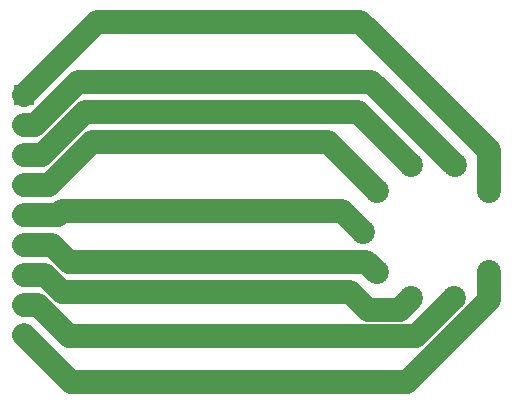
<source format=gbr>
%TF.GenerationSoftware,KiCad,Pcbnew,6.0.2+dfsg-1*%
%TF.CreationDate,2023-01-16T16:06:14-05:00*%
%TF.ProjectId,valve_breakout_small9,76616c76-655f-4627-9265-616b6f75745f,rev?*%
%TF.SameCoordinates,Original*%
%TF.FileFunction,Copper,L1,Top*%
%TF.FilePolarity,Positive*%
%FSLAX46Y46*%
G04 Gerber Fmt 4.6, Leading zero omitted, Abs format (unit mm)*
G04 Created by KiCad (PCBNEW 6.0.2+dfsg-1) date 2023-01-16 16:06:14*
%MOMM*%
%LPD*%
G01*
G04 APERTURE LIST*
%TA.AperFunction,ComponentPad*%
%ADD10C,2.030000*%
%TD*%
%TA.AperFunction,ComponentPad*%
%ADD11R,1.700000X1.700000*%
%TD*%
%TA.AperFunction,ComponentPad*%
%ADD12O,1.700000X1.700000*%
%TD*%
%TA.AperFunction,Conductor*%
%ADD13C,2.000000*%
%TD*%
G04 APERTURE END LIST*
D10*
%TO.P,U1,1*%
%TO.N,1*%
X141910000Y-90530000D03*
%TO.P,U1,2*%
%TO.N,2*%
X138980000Y-88380000D03*
%TO.P,U1,3*%
%TO.N,3*%
X135330000Y-88380000D03*
%TO.P,U1,4*%
%TO.N,4*%
X132400000Y-90530000D03*
%TO.P,U1,5*%
%TO.N,5*%
X131260000Y-93980000D03*
%TO.P,U1,6*%
%TO.N,6*%
X132400000Y-97440000D03*
%TO.P,U1,7*%
%TO.N,7*%
X135330000Y-99590000D03*
%TO.P,U1,8*%
%TO.N,8*%
X138940000Y-99590000D03*
%TO.P,U1,9*%
%TO.N,9*%
X141910000Y-97440000D03*
%TD*%
D11*
%TO.P,J1,1,Pin_1*%
%TO.N,1*%
X102525933Y-82385933D03*
D12*
%TO.P,J1,2,Pin_2*%
%TO.N,2*%
X102525933Y-84925933D03*
%TO.P,J1,3,Pin_3*%
%TO.N,3*%
X102525933Y-87465933D03*
%TO.P,J1,4,Pin_4*%
%TO.N,4*%
X102525933Y-90005933D03*
%TO.P,J1,5,Pin_5*%
%TO.N,5*%
X102525933Y-92545933D03*
%TO.P,J1,6,Pin_6*%
%TO.N,6*%
X102525933Y-95085933D03*
%TO.P,J1,7,Pin_7*%
%TO.N,7*%
X102525933Y-97625933D03*
%TO.P,J1,8,Pin_8*%
%TO.N,8*%
X102525933Y-100165933D03*
%TO.P,J1,9,Pin_9*%
%TO.N,9*%
X102525933Y-102705933D03*
%TD*%
D13*
%TO.N,1*%
X141910000Y-87104104D02*
X131005896Y-76200000D01*
X108711866Y-76200000D02*
X102525933Y-82385933D01*
X131005896Y-76200000D02*
X108711866Y-76200000D01*
X141910000Y-90530000D02*
X141910000Y-87104104D01*
%TO.N,2*%
X131880000Y-81280000D02*
X107115444Y-81280000D01*
X103469511Y-84925933D02*
X102525933Y-84925933D01*
X138980000Y-88380000D02*
X131880000Y-81280000D01*
X107115444Y-81280000D02*
X103469511Y-84925933D01*
%TO.N,3*%
X135330000Y-88380000D02*
X130770000Y-83820000D01*
X130770000Y-83820000D02*
X107686036Y-83820000D01*
X107686036Y-83820000D02*
X104040103Y-87465933D01*
X104040103Y-87465933D02*
X102525933Y-87465933D01*
%TO.N,4*%
X128230000Y-86360000D02*
X108256628Y-86360000D01*
X132400000Y-90530000D02*
X128230000Y-86360000D01*
X104610695Y-90005933D02*
X102525933Y-90005933D01*
X108256628Y-86360000D02*
X104610695Y-90005933D01*
%TO.N,5*%
X105780268Y-92205453D02*
X105439788Y-92545933D01*
X129485453Y-92205453D02*
X105780268Y-92205453D01*
X105439788Y-92545933D02*
X102525933Y-92545933D01*
X131260000Y-93980000D02*
X129485453Y-92205453D01*
%TO.N,6*%
X106303263Y-96520000D02*
X131480000Y-96520000D01*
X102525933Y-95085933D02*
X104869196Y-95085933D01*
X104869196Y-95085933D02*
X106303263Y-96520000D01*
X131480000Y-96520000D02*
X132400000Y-97440000D01*
%TO.N,7*%
X104298605Y-97625933D02*
X105732672Y-99060000D01*
X131642614Y-100604999D02*
X134315001Y-100604999D01*
X105732672Y-99060000D02*
X130097615Y-99060000D01*
X102525933Y-97625933D02*
X104298605Y-97625933D01*
X130097615Y-99060000D02*
X131642614Y-100604999D01*
X134315001Y-100604999D02*
X135330000Y-99590000D01*
%TO.N,8*%
X138940000Y-99590000D02*
X135725481Y-102804519D01*
X135725481Y-102804519D02*
X106366600Y-102804519D01*
X106366600Y-102804519D02*
X103728014Y-100165933D01*
X103728014Y-100165933D02*
X102525933Y-100165933D01*
%TO.N,9*%
X106500000Y-106680000D02*
X102525933Y-102705933D01*
X141910000Y-97440000D02*
X141910000Y-99751793D01*
X134981793Y-106680000D02*
X106500000Y-106680000D01*
X141910000Y-99751793D02*
X134981793Y-106680000D01*
%TD*%
M02*

</source>
